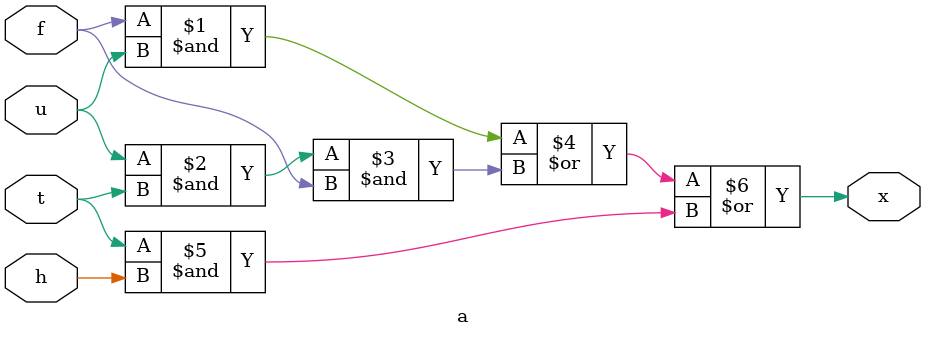
<source format=sv>
module a (
    input h, u, t, f,
    output x
);

assign x = (f & u) | (u & t & f) | (t & h);  

endmodule
</source>
